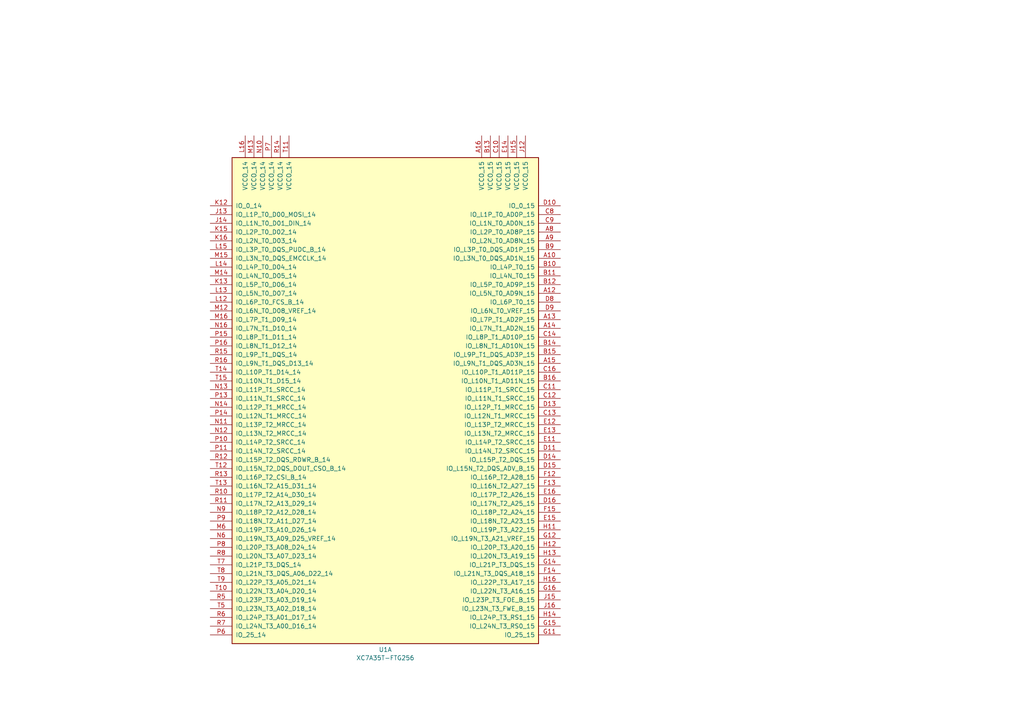
<source format=kicad_sch>
(kicad_sch (version 20231120) (generator "eeschema") (generator_version "8.0")
  (paper "A4")
  (lib_symbols
    (symbol "FPGA_Xilinx_Artix7:XC7A35T-FTG256" (pin_names (offset 1.016))
      (property "Reference" "U" (at 0 1.27 0))
      (property "Value" "XC7A35T-FTG256" (at 0 -1.27 0))
      (symbol "XC7A35T-FTG256_1_1"
        (rectangle (start -44.45 67.31) (end 44.45 -73.66) (stroke (width 0.254)) (fill (type background)))
        (pin bidirectional line (at 50.8 38.1 180) (length 6.35) (name "IO_L3N_T0_DQS_AD1N_15") (number "A10"))
        (pin bidirectional line (at 50.8 27.94 180) (length 6.35) (name "IO_L5N_T0_AD9N_15") (number "A12"))
        (pin bidirectional line (at 50.8 20.32 180) (length 6.35) (name "IO_L7P_T1_AD2P_15") (number "A13"))
        (pin bidirectional line (at 50.8 17.78 180) (length 6.35) (name "IO_L7N_T1_AD2N_15") (number "A14"))
        (pin bidirectional line (at 50.8 7.62 180) (length 6.35) (name "IO_L9N_T1_DQS_AD3N_15") (number "A15"))
        (pin power_in line (at 27.94 73.66 270) (length 6.35) (name "VCCO_15") (number "A16"))
        (pin bidirectional line (at 50.8 45.72 180) (length 6.35) (name "IO_L2P_T0_AD8P_15") (number "A8"))
        (pin bidirectional line (at 50.8 43.18 180) (length 6.35) (name "IO_L2N_T0_AD8N_15") (number "A9"))
        (pin bidirectional line (at 50.8 35.56 180) (length 6.35) (name "IO_L4P_T0_15") (number "B10"))
        (pin bidirectional line (at 50.8 33.02 180) (length 6.35) (name "IO_L4N_T0_15") (number "B11"))
        (pin bidirectional line (at 50.8 30.48 180) (length 6.35) (name "IO_L5P_T0_AD9P_15") (number "B12"))
        (pin power_in line (at 30.48 73.66 270) (length 6.35) (name "VCCO_15") (number "B13"))
        (pin bidirectional line (at 50.8 12.7 180) (length 6.35) (name "IO_L8N_T1_AD10N_15") (number "B14"))
        (pin bidirectional line (at 50.8 10.16 180) (length 6.35) (name "IO_L9P_T1_DQS_AD3P_15") (number "B15"))
        (pin bidirectional line (at 50.8 2.54 180) (length 6.35) (name "IO_L10N_T1_AD11N_15") (number "B16"))
        (pin bidirectional line (at 50.8 40.64 180) (length 6.35) (name "IO_L3P_T0_DQS_AD1P_15") (number "B9"))
        (pin power_in line (at 33.02 73.66 270) (length 6.35) (name "VCCO_15") (number "C10"))
        (pin bidirectional line (at 50.8 0 180) (length 6.35) (name "IO_L11P_T1_SRCC_15") (number "C11"))
        (pin bidirectional line (at 50.8 -2.54 180) (length 6.35) (name "IO_L11N_T1_SRCC_15") (number "C12"))
        (pin bidirectional line (at 50.8 -7.62 180) (length 6.35) (name "IO_L12N_T1_MRCC_15") (number "C13"))
        (pin bidirectional line (at 50.8 15.24 180) (length 6.35) (name "IO_L8P_T1_AD10P_15") (number "C14"))
        (pin bidirectional line (at 50.8 5.08 180) (length 6.35) (name "IO_L10P_T1_AD11P_15") (number "C16"))
        (pin bidirectional line (at 50.8 50.8 180) (length 6.35) (name "IO_L1P_T0_AD0P_15") (number "C8"))
        (pin bidirectional line (at 50.8 48.26 180) (length 6.35) (name "IO_L1N_T0_AD0N_15") (number "C9"))
        (pin bidirectional line (at 50.8 53.34 180) (length 6.35) (name "IO_0_15") (number "D10"))
        (pin bidirectional line (at 50.8 -17.78 180) (length 6.35) (name "IO_L14N_T2_SRCC_15") (number "D11"))
        (pin bidirectional line (at 50.8 -5.08 180) (length 6.35) (name "IO_L12P_T1_MRCC_15") (number "D13"))
        (pin bidirectional line (at 50.8 -20.32 180) (length 6.35) (name "IO_L15P_T2_DQS_15") (number "D14"))
        (pin bidirectional line (at 50.8 -22.86 180) (length 6.35) (name "IO_L15N_T2_DQS_ADV_B_15") (number "D15"))
        (pin bidirectional line (at 50.8 -33.02 180) (length 6.35) (name "IO_L17N_T2_A25_15") (number "D16"))
        (pin bidirectional line (at 50.8 25.4 180) (length 6.35) (name "IO_L6P_T0_15") (number "D8"))
        (pin bidirectional line (at 50.8 22.86 180) (length 6.35) (name "IO_L6N_T0_VREF_15") (number "D9"))
        (pin bidirectional line (at 50.8 -15.24 180) (length 6.35) (name "IO_L14P_T2_SRCC_15") (number "E11"))
        (pin bidirectional line (at 50.8 -10.16 180) (length 6.35) (name "IO_L13P_T2_MRCC_15") (number "E12"))
        (pin bidirectional line (at 50.8 -12.7 180) (length 6.35) (name "IO_L13N_T2_MRCC_15") (number "E13"))
        (pin power_in line (at 35.56 73.66 270) (length 6.35) (name "VCCO_15") (number "E14"))
        (pin bidirectional line (at 50.8 -38.1 180) (length 6.35) (name "IO_L18N_T2_A23_15") (number "E15"))
        (pin bidirectional line (at 50.8 -30.48 180) (length 6.35) (name "IO_L17P_T2_A26_15") (number "E16"))
        (pin bidirectional line (at 50.8 -25.4 180) (length 6.35) (name "IO_L16P_T2_A28_15") (number "F12"))
        (pin bidirectional line (at 50.8 -27.94 180) (length 6.35) (name "IO_L16N_T2_A27_15") (number "F13"))
        (pin bidirectional line (at 50.8 -53.34 180) (length 6.35) (name "IO_L21N_T3_DQS_A18_15") (number "F14"))
        (pin bidirectional line (at 50.8 -35.56 180) (length 6.35) (name "IO_L18P_T2_A24_15") (number "F15"))
        (pin bidirectional line (at 50.8 -71.12 180) (length 6.35) (name "IO_25_15") (number "G11"))
        (pin bidirectional line (at 50.8 -43.18 180) (length 6.35) (name "IO_L19N_T3_A21_VREF_15") (number "G12"))
        (pin bidirectional line (at 50.8 -50.8 180) (length 6.35) (name "IO_L21P_T3_DQS_15") (number "G14"))
        (pin bidirectional line (at 50.8 -68.58 180) (length 6.35) (name "IO_L24N_T3_RS0_15") (number "G15"))
        (pin bidirectional line (at 50.8 -58.42 180) (length 6.35) (name "IO_L22N_T3_A16_15") (number "G16"))
        (pin bidirectional line (at 50.8 -40.64 180) (length 6.35) (name "IO_L19P_T3_A22_15") (number "H11"))
        (pin bidirectional line (at 50.8 -45.72 180) (length 6.35) (name "IO_L20P_T3_A20_15") (number "H12"))
        (pin bidirectional line (at 50.8 -48.26 180) (length 6.35) (name "IO_L20N_T3_A19_15") (number "H13"))
        (pin bidirectional line (at 50.8 -66.04 180) (length 6.35) (name "IO_L24P_T3_RS1_15") (number "H14"))
        (pin power_in line (at 38.1 73.66 270) (length 6.35) (name "VCCO_15") (number "H15"))
        (pin bidirectional line (at 50.8 -55.88 180) (length 6.35) (name "IO_L22P_T3_A17_15") (number "H16"))
        (pin power_in line (at 40.64 73.66 270) (length 6.35) (name "VCCO_15") (number "J12"))
        (pin bidirectional line (at -50.8 50.8 0) (length 6.35) (name "IO_L1P_T0_D00_MOSI_14") (number "J13"))
        (pin bidirectional line (at -50.8 48.26 0) (length 6.35) (name "IO_L1N_T0_D01_DIN_14") (number "J14"))
        (pin bidirectional line (at 50.8 -60.96 180) (length 6.35) (name "IO_L23P_T3_FOE_B_15") (number "J15"))
        (pin bidirectional line (at 50.8 -63.5 180) (length 6.35) (name "IO_L23N_T3_FWE_B_15") (number "J16"))
        (pin bidirectional line (at -50.8 53.34 0) (length 6.35) (name "IO_0_14") (number "K12"))
        (pin bidirectional line (at -50.8 30.48 0) (length 6.35) (name "IO_L5P_T0_D06_14") (number "K13"))
        (pin bidirectional line (at -50.8 45.72 0) (length 6.35) (name "IO_L2P_T0_D02_14") (number "K15"))
        (pin bidirectional line (at -50.8 43.18 0) (length 6.35) (name "IO_L2N_T0_D03_14") (number "K16"))
        (pin bidirectional line (at -50.8 25.4 0) (length 6.35) (name "IO_L6P_T0_FCS_B_14") (number "L12"))
        (pin bidirectional line (at -50.8 27.94 0) (length 6.35) (name "IO_L5N_T0_D07_14") (number "L13"))
        (pin bidirectional line (at -50.8 35.56 0) (length 6.35) (name "IO_L4P_T0_D04_14") (number "L14"))
        (pin bidirectional line (at -50.8 40.64 0) (length 6.35) (name "IO_L3P_T0_DQS_PUDC_B_14") (number "L15"))
        (pin power_in line (at -40.64 73.66 270) (length 6.35) (name "VCCO_14") (number "L16"))
        (pin bidirectional line (at -50.8 22.86 0) (length 6.35) (name "IO_L6N_T0_D08_VREF_14") (number "M12"))
        (pin power_in line (at -38.1 73.66 270) (length 6.35) (name "VCCO_14") (number "M13"))
        (pin bidirectional line (at -50.8 33.02 0) (length 6.35) (name "IO_L4N_T0_D05_14") (number "M14"))
        (pin bidirectional line (at -50.8 38.1 0) (length 6.35) (name "IO_L3N_T0_DQS_EMCCLK_14") (number "M15"))
        (pin bidirectional line (at -50.8 20.32 0) (length 6.35) (name "IO_L7P_T1_D09_14") (number "M16"))
        (pin bidirectional line (at -50.8 -40.64 0) (length 6.35) (name "IO_L19P_T3_A10_D26_14") (number "M6"))
        (pin power_in line (at -35.56 73.66 270) (length 6.35) (name "VCCO_14") (number "N10"))
        (pin bidirectional line (at -50.8 -10.16 0) (length 6.35) (name "IO_L13P_T2_MRCC_14") (number "N11"))
        (pin bidirectional line (at -50.8 -12.7 0) (length 6.35) (name "IO_L13N_T2_MRCC_14") (number "N12"))
        (pin bidirectional line (at -50.8 0 0) (length 6.35) (name "IO_L11P_T1_SRCC_14") (number "N13"))
        (pin bidirectional line (at -50.8 -5.08 0) (length 6.35) (name "IO_L12P_T1_MRCC_14") (number "N14"))
        (pin bidirectional line (at -50.8 17.78 0) (length 6.35) (name "IO_L7N_T1_D10_14") (number "N16"))
        (pin bidirectional line (at -50.8 -43.18 0) (length 6.35) (name "IO_L19N_T3_A09_D25_VREF_14") (number "N6"))
        (pin bidirectional line (at -50.8 -35.56 0) (length 6.35) (name "IO_L18P_T2_A12_D28_14") (number "N9"))
        (pin bidirectional line (at -50.8 -15.24 0) (length 6.35) (name "IO_L14P_T2_SRCC_14") (number "P10"))
        (pin bidirectional line (at -50.8 -17.78 0) (length 6.35) (name "IO_L14N_T2_SRCC_14") (number "P11"))
        (pin bidirectional line (at -50.8 -2.54 0) (length 6.35) (name "IO_L11N_T1_SRCC_14") (number "P13"))
        (pin bidirectional line (at -50.8 -7.62 0) (length 6.35) (name "IO_L12N_T1_MRCC_14") (number "P14"))
        (pin bidirectional line (at -50.8 15.24 0) (length 6.35) (name "IO_L8P_T1_D11_14") (number "P15"))
        (pin bidirectional line (at -50.8 12.7 0) (length 6.35) (name "IO_L8N_T1_D12_14") (number "P16"))
        (pin bidirectional line (at -50.8 -71.12 0) (length 6.35) (name "IO_25_14") (number "P6"))
        (pin power_in line (at -33.02 73.66 270) (length 6.35) (name "VCCO_14") (number "P7"))
        (pin bidirectional line (at -50.8 -45.72 0) (length 6.35) (name "IO_L20P_T3_A08_D24_14") (number "P8"))
        (pin bidirectional line (at -50.8 -38.1 0) (length 6.35) (name "IO_L18N_T2_A11_D27_14") (number "P9"))
        (pin bidirectional line (at -50.8 -30.48 0) (length 6.35) (name "IO_L17P_T2_A14_D30_14") (number "R10"))
        (pin bidirectional line (at -50.8 -33.02 0) (length 6.35) (name "IO_L17N_T2_A13_D29_14") (number "R11"))
        (pin bidirectional line (at -50.8 -20.32 0) (length 6.35) (name "IO_L15P_T2_DQS_RDWR_B_14") (number "R12"))
        (pin bidirectional line (at -50.8 -25.4 0) (length 6.35) (name "IO_L16P_T2_CSI_B_14") (number "R13"))
        (pin power_in line (at -30.48 73.66 270) (length 6.35) (name "VCCO_14") (number "R14"))
        (pin bidirectional line (at -50.8 10.16 0) (length 6.35) (name "IO_L9P_T1_DQS_14") (number "R15"))
        (pin bidirectional line (at -50.8 7.62 0) (length 6.35) (name "IO_L9N_T1_DQS_D13_14") (number "R16"))
        (pin bidirectional line (at -50.8 -60.96 0) (length 6.35) (name "IO_L23P_T3_A03_D19_14") (number "R5"))
        (pin bidirectional line (at -50.8 -66.04 0) (length 6.35) (name "IO_L24P_T3_A01_D17_14") (number "R6"))
        (pin bidirectional line (at -50.8 -68.58 0) (length 6.35) (name "IO_L24N_T3_A00_D16_14") (number "R7"))
        (pin bidirectional line (at -50.8 -48.26 0) (length 6.35) (name "IO_L20N_T3_A07_D23_14") (number "R8"))
        (pin bidirectional line (at -50.8 -58.42 0) (length 6.35) (name "IO_L22N_T3_A04_D20_14") (number "T10"))
        (pin power_in line (at -27.94 73.66 270) (length 6.35) (name "VCCO_14") (number "T11"))
        (pin bidirectional line (at -50.8 -22.86 0) (length 6.35) (name "IO_L15N_T2_DQS_DOUT_CSO_B_14") (number "T12"))
        (pin bidirectional line (at -50.8 -27.94 0) (length 6.35) (name "IO_L16N_T2_A15_D31_14") (number "T13"))
        (pin bidirectional line (at -50.8 5.08 0) (length 6.35) (name "IO_L10P_T1_D14_14") (number "T14"))
        (pin bidirectional line (at -50.8 2.54 0) (length 6.35) (name "IO_L10N_T1_D15_14") (number "T15"))
        (pin bidirectional line (at -50.8 -63.5 0) (length 6.35) (name "IO_L23N_T3_A02_D18_14") (number "T5"))
        (pin bidirectional line (at -50.8 -50.8 0) (length 6.35) (name "IO_L21P_T3_DQS_14") (number "T7"))
        (pin bidirectional line (at -50.8 -53.34 0) (length 6.35) (name "IO_L21N_T3_DQS_A06_D22_14") (number "T8"))
        (pin bidirectional line (at -50.8 -55.88 0) (length 6.35) (name "IO_L22P_T3_A05_D21_14") (number "T9"))
      )
      (symbol "XC7A35T-FTG256_2_1"
        (rectangle (start -44.45 67.31) (end 44.45 -73.66) (stroke (width 0.254)) (fill (type background)))
        (pin bidirectional line (at 50.8 12.7 180) (length 6.35) (name "IO_L8N_T1_AD14N_35") (number "A2"))
        (pin bidirectional line (at 50.8 33.02 180) (length 6.35) (name "IO_L4N_T0_35") (number "A3"))
        (pin bidirectional line (at 50.8 38.1 180) (length 6.35) (name "IO_L3N_T0_DQS_AD5N_35") (number "A4"))
        (pin bidirectional line (at 50.8 40.64 180) (length 6.35) (name "IO_L3P_T0_DQS_AD5P_35") (number "A5"))
        (pin power_in line (at 27.94 73.66 270) (length 6.35) (name "VCCO_35") (number "A6"))
        (pin bidirectional line (at 50.8 48.26 180) (length 6.35) (name "IO_L1N_T0_AD4N_35") (number "A7"))
        (pin bidirectional line (at 50.8 7.62 180) (length 6.35) (name "IO_L9N_T1_DQS_AD7N_35") (number "B1"))
        (pin bidirectional line (at 50.8 15.24 180) (length 6.35) (name "IO_L8P_T1_AD14P_35") (number "B2"))
        (pin power_in line (at 30.48 73.66 270) (length 6.35) (name "VCCO_35") (number "B3"))
        (pin bidirectional line (at 50.8 35.56 180) (length 6.35) (name "IO_L4P_T0_35") (number "B4"))
        (pin bidirectional line (at 50.8 43.18 180) (length 6.35) (name "IO_L2N_T0_AD12N_35") (number "B5"))
        (pin bidirectional line (at 50.8 45.72 180) (length 6.35) (name "IO_L2P_T0_AD12P_35") (number "B6"))
        (pin bidirectional line (at 50.8 50.8 180) (length 6.35) (name "IO_L1P_T0_AD4P_35") (number "B7"))
        (pin bidirectional line (at 50.8 10.16 180) (length 6.35) (name "IO_L9P_T1_DQS_AD7P_35") (number "C1"))
        (pin bidirectional line (at 50.8 17.78 180) (length 6.35) (name "IO_L7N_T1_AD6N_35") (number "C2"))
        (pin bidirectional line (at 50.8 20.32 180) (length 6.35) (name "IO_L7P_T1_AD6P_35") (number "C3"))
        (pin bidirectional line (at 50.8 -7.62 180) (length 6.35) (name "IO_L12N_T1_MRCC_35") (number "C4"))
        (pin bidirectional line (at 50.8 27.94 180) (length 6.35) (name "IO_L5N_T0_AD13N_35") (number "C6"))
        (pin bidirectional line (at 50.8 30.48 180) (length 6.35) (name "IO_L5P_T0_AD13P_35") (number "C7"))
        (pin bidirectional line (at 50.8 2.54 180) (length 6.35) (name "IO_L10N_T1_AD15N_35") (number "D1"))
        (pin bidirectional line (at 50.8 -2.54 180) (length 6.35) (name "IO_L11N_T1_SRCC_35") (number "D3"))
        (pin bidirectional line (at 50.8 -5.08 180) (length 6.35) (name "IO_L12P_T1_MRCC_35") (number "D4"))
        (pin bidirectional line (at 50.8 22.86 180) (length 6.35) (name "IO_L6N_T0_VREF_35") (number "D5"))
        (pin bidirectional line (at 50.8 25.4 180) (length 6.35) (name "IO_L6P_T0_35") (number "D6"))
        (pin power_in line (at 33.02 73.66 270) (length 6.35) (name "VCCO_35") (number "D7"))
        (pin bidirectional line (at 50.8 -22.86 180) (length 6.35) (name "IO_L15N_T2_DQS_35") (number "E1"))
        (pin bidirectional line (at 50.8 5.08 180) (length 6.35) (name "IO_L10P_T1_AD15P_35") (number "E2"))
        (pin bidirectional line (at 50.8 0 180) (length 6.35) (name "IO_L11P_T1_SRCC_35") (number "E3"))
        (pin power_in line (at 35.56 73.66 270) (length 6.35) (name "VCCO_35") (number "E4"))
        (pin bidirectional line (at 50.8 -12.7 180) (length 6.35) (name "IO_L13N_T2_MRCC_35") (number "E5"))
        (pin bidirectional line (at 50.8 53.34 180) (length 6.35) (name "IO_0_35") (number "E6"))
        (pin power_in line (at 38.1 73.66 270) (length 6.35) (name "VCCO_35") (number "F1"))
        (pin bidirectional line (at 50.8 -20.32 180) (length 6.35) (name "IO_L15P_T2_DQS_35") (number "F2"))
        (pin bidirectional line (at 50.8 -17.78 180) (length 6.35) (name "IO_L14N_T2_SRCC_35") (number "F3"))
        (pin bidirectional line (at 50.8 -15.24 180) (length 6.35) (name "IO_L14P_T2_SRCC_35") (number "F4"))
        (pin bidirectional line (at 50.8 -10.16 180) (length 6.35) (name "IO_L13P_T2_MRCC_35") (number "F5"))
        (pin bidirectional line (at 50.8 -33.02 180) (length 6.35) (name "IO_L17N_T2_35") (number "G1"))
        (pin bidirectional line (at 50.8 -30.48 180) (length 6.35) (name "IO_L17P_T2_35") (number "G2"))
        (pin bidirectional line (at 50.8 -27.94 180) (length 6.35) (name "IO_L16N_T2_35") (number "G4"))
        (pin bidirectional line (at 50.8 -25.4 180) (length 6.35) (name "IO_L16P_T2_35") (number "G5"))
        (pin bidirectional line (at 50.8 -48.26 180) (length 6.35) (name "IO_L20N_T3_35") (number "H1"))
        (pin bidirectional line (at 50.8 -45.72 180) (length 6.35) (name "IO_L20P_T3_35") (number "H2"))
        (pin bidirectional line (at 50.8 -53.34 180) (length 6.35) (name "IO_L21N_T3_DQS_35") (number "H3"))
        (pin bidirectional line (at 50.8 -38.1 180) (length 6.35) (name "IO_L18N_T2_35") (number "H4"))
        (pin bidirectional line (at 50.8 -35.56 180) (length 6.35) (name "IO_L18P_T2_35") (number "H5"))
        (pin bidirectional line (at 50.8 -58.42 180) (length 6.35) (name "IO_L22N_T3_35") (number "J1"))
        (pin power_in line (at 40.64 73.66 270) (length 6.35) (name "VCCO_35") (number "J2"))
        (pin bidirectional line (at 50.8 -50.8 180) (length 6.35) (name "IO_L21P_T3_DQS_35") (number "J3"))
        (pin bidirectional line (at 50.8 -43.18 180) (length 6.35) (name "IO_L19N_T3_VREF_35") (number "J4"))
        (pin bidirectional line (at 50.8 -40.64 180) (length 6.35) (name "IO_L19P_T3_35") (number "J5"))
        (pin bidirectional line (at 50.8 -55.88 180) (length 6.35) (name "IO_L22P_T3_35") (number "K1"))
        (pin bidirectional line (at 50.8 -68.58 180) (length 6.35) (name "IO_L24N_T3_35") (number "K2"))
        (pin bidirectional line (at 50.8 -66.04 180) (length 6.35) (name "IO_L24P_T3_35") (number "K3"))
        (pin bidirectional line (at 50.8 -71.12 180) (length 6.35) (name "IO_25_35") (number "K5"))
        (pin bidirectional line (at 50.8 -63.5 180) (length 6.35) (name "IO_L23N_T3_35") (number "L2"))
        (pin bidirectional line (at 50.8 -60.96 180) (length 6.35) (name "IO_L23P_T3_35") (number "L3"))
        (pin bidirectional line (at -50.8 50.8 0) (length 6.35) (name "IO_L1P_T0_34") (number "L4"))
        (pin bidirectional line (at -50.8 53.34 0) (length 6.35) (name "IO_0_34") (number "L5"))
        (pin bidirectional line (at -50.8 43.18 0) (length 6.35) (name "IO_L2N_T0_34") (number "M1"))
        (pin bidirectional line (at -50.8 45.72 0) (length 6.35) (name "IO_L2P_T0_34") (number "M2"))
        (pin power_in line (at -40.64 73.66 270) (length 6.35) (name "VCCO_34") (number "M3"))
        (pin bidirectional line (at -50.8 48.26 0) (length 6.35) (name "IO_L1N_T0_34") (number "M4"))
        (pin bidirectional line (at -50.8 25.4 0) (length 6.35) (name "IO_L6P_T0_34") (number "M5"))
        (pin bidirectional line (at -50.8 35.56 0) (length 6.35) (name "IO_L4P_T0_34") (number "N1"))
        (pin bidirectional line (at -50.8 38.1 0) (length 6.35) (name "IO_L3N_T0_DQS_34") (number "N2"))
        (pin bidirectional line (at -50.8 40.64 0) (length 6.35) (name "IO_L3P_T0_DQS_34") (number "N3"))
        (pin bidirectional line (at -50.8 22.86 0) (length 6.35) (name "IO_L6N_T0_VREF_34") (number "N4"))
        (pin bidirectional line (at -50.8 33.02 0) (length 6.35) (name "IO_L4N_T0_34") (number "P1"))
        (pin bidirectional line (at -50.8 27.94 0) (length 6.35) (name "IO_L5N_T0_34") (number "P3"))
        (pin bidirectional line (at -50.8 30.48 0) (length 6.35) (name "IO_L5P_T0_34") (number "P4"))
        (pin bidirectional line (at -50.8 5.08 0) (length 6.35) (name "IO_L10P_T1_34") (number "P5"))
        (pin bidirectional line (at -50.8 17.78 0) (length 6.35) (name "IO_L7N_T1_34") (number "R1"))
        (pin bidirectional line (at -50.8 20.32 0) (length 6.35) (name "IO_L7P_T1_34") (number "R2"))
        (pin bidirectional line (at -50.8 15.24 0) (length 6.35) (name "IO_L8P_T1_34") (number "R3"))
        (pin power_in line (at -38.1 73.66 270) (length 6.35) (name "VCCO_34") (number "R4"))
        (pin power_in line (at -35.56 73.66 270) (length 6.35) (name "VCCO_34") (number "T1"))
        (pin bidirectional line (at -50.8 12.7 0) (length 6.35) (name "IO_L8N_T1_34") (number "T2"))
        (pin bidirectional line (at -50.8 7.62 0) (length 6.35) (name "IO_L9N_T1_DQS_34") (number "T3"))
        (pin bidirectional line (at -50.8 10.16 0) (length 6.35) (name "IO_L9P_T1_DQS_34") (number "T4"))
      )
      (symbol "XC7A35T-FTG256_3_1"
        (rectangle (start -31.75 34.29) (end 31.75 -40.64) (stroke (width 0.254)) (fill (type background)))
        (pin bidirectional line (at 38.1 -15.24 180) (length 6.35) (name "CFGBVS_0") (number "E7"))
        (pin bidirectional line (at 38.1 7.62 180) (length 6.35) (name "CCLK_0") (number "E8"))
        (pin bidirectional line (at 38.1 -5.08 180) (length 6.35) (name "DONE_0") (number "H10"))
        (pin bidirectional line (at 38.1 -30.48 180) (length 6.35) (name "VREFN_0") (number "H7"))
        (pin bidirectional line (at 38.1 -20.32 180) (length 6.35) (name "VP_0") (number "H8"))
        (pin bidirectional line (at 38.1 -22.86 180) (length 6.35) (name "VN_0") (number "J7"))
        (pin bidirectional line (at 38.1 -27.94 180) (length 6.35) (name "VREFP_0") (number "J8"))
        (pin bidirectional line (at 38.1 -7.62 180) (length 6.35) (name "INIT_B_0") (number "K10"))
        (pin bidirectional line (at 38.1 -38.1 180) (length 6.35) (name "DXN_0") (number "K7"))
        (pin bidirectional line (at 38.1 -35.56 180) (length 6.35) (name "DXP_0") (number "K8"))
        (pin power_in line (at 27.94 40.64 270) (length 6.35) (name "VCCO_0") (number "L6"))
        (pin bidirectional line (at 38.1 12.7 180) (length 6.35) (name "TCK_0") (number "L7"))
        (pin bidirectional line (at 38.1 -10.16 180) (length 6.35) (name "PROGRAM_B_0") (number "L9"))
        (pin bidirectional line (at 38.1 2.54 180) (length 6.35) (name "M1_0") (number "M10"))
        (pin bidirectional line (at 38.1 0 180) (length 6.35) (name "M2_0") (number "M11"))
        (pin bidirectional line (at 38.1 15.24 180) (length 6.35) (name "TMS_0") (number "M7"))
        (pin bidirectional line (at 38.1 5.08 180) (length 6.35) (name "M0_0") (number "M9"))
        (pin bidirectional line (at 38.1 20.32 180) (length 6.35) (name "TDI_0") (number "N7"))
        (pin bidirectional line (at 38.1 17.78 180) (length 6.35) (name "TDO_0") (number "N8"))
      )
      (symbol "XC7A35T-FTG256_4_1"
        (rectangle (start -19.05 35.56) (end 19.05 -35.56) (stroke (width 0.254)) (fill (type background)))
        (pin power_in line (at -25.4 2.54 0) (length 6.35) (name "GND") (number "A1"))
        (pin power_in line (at -25.4 0 0) (length 6.35) (name "GND") (number "A11"))
        (pin power_in line (at -25.4 -2.54 0) (length 6.35) (name "GND") (number "B8"))
        (pin power_in line (at -25.4 -7.62 0) (length 6.35) (name "GND") (number "C15"))
        (pin power_in line (at -25.4 -5.08 0) (length 6.35) (name "GND") (number "C5"))
        (pin power_in line (at -25.4 -12.7 0) (length 6.35) (name "GND") (number "D12"))
        (pin power_in line (at -25.4 -10.16 0) (length 6.35) (name "GND") (number "D2"))
        (pin power_in line (at -25.4 12.7 0) (length 6.35) (name "VCCBRAM") (number "E10"))
        (pin power_in line (at -25.4 -15.24 0) (length 6.35) (name "GND") (number "E9"))
        (pin power_in line (at -25.4 -20.32 0) (length 6.35) (name "GND") (number "F10"))
        (pin power_in line (at -25.4 10.16 0) (length 6.35) (name "VCCBRAM") (number "F11"))
        (pin power_in line (at -25.4 -22.86 0) (length 6.35) (name "GND") (number "F16"))
        (pin power_in line (at -25.4 -17.78 0) (length 6.35) (name "GND") (number "F6"))
        (pin power_in line (at 25.4 33.02 180) (length 6.35) (name "VCCINT") (number "F7"))
        (pin power_in line (at -25.4 15.24 0) (length 6.35) (name "VCCBATT_0") (number "F8"))
        (pin power_in line (at 25.4 30.48 180) (length 6.35) (name "VCCINT") (number "F9"))
        (pin power_in line (at -25.4 33.02 0) (length 6.35) (name "VCCAUX") (number "G10"))
        (pin power_in line (at -25.4 -30.48 0) (length 6.35) (name "GND") (number "G13"))
        (pin power_in line (at -25.4 -25.4 0) (length 6.35) (name "GND") (number "G3"))
        (pin power_in line (at 25.4 27.94 180) (length 6.35) (name "VCCINT") (number "G6"))
        (pin power_in line (at -25.4 20.32 0) (length 6.35) (name "GNDADC_0") (number "G7"))
        (pin power_in line (at -25.4 17.78 0) (length 6.35) (name "VCCADC_0") (number "G8"))
        (pin power_in line (at -25.4 -27.94 0) (length 6.35) (name "GND") (number "G9"))
        (pin power_in line (at -25.4 -33.02 0) (length 6.35) (name "GND") (number "H6"))
        (pin power_in line (at 25.4 25.4 180) (length 6.35) (name "VCCINT") (number "H9"))
        (pin power_in line (at -25.4 30.48 0) (length 6.35) (name "VCCAUX") (number "J10"))
        (pin power_in line (at 25.4 0 180) (length 6.35) (name "GND") (number "J11"))
        (pin power_in line (at 25.4 22.86 180) (length 6.35) (name "VCCINT") (number "J6"))
        (pin power_in line (at 25.4 2.54 180) (length 6.35) (name "GND") (number "J9"))
        (pin power_in line (at -25.4 27.94 0) (length 6.35) (name "VCCAUX") (number "K11"))
        (pin power_in line (at 25.4 -7.62 180) (length 6.35) (name "GND") (number "K14"))
        (pin power_in line (at 25.4 -2.54 180) (length 6.35) (name "GND") (number "K4"))
        (pin power_in line (at 25.4 -5.08 180) (length 6.35) (name "GND") (number "K6"))
        (pin power_in line (at 25.4 20.32 180) (length 6.35) (name "VCCINT") (number "K9"))
        (pin power_in line (at 25.4 -10.16 180) (length 6.35) (name "GND") (number "L1"))
        (pin power_in line (at -25.4 25.4 0) (length 6.35) (name "VCCAUX") (number "L10"))
        (pin power_in line (at 25.4 -12.7 180) (length 6.35) (name "GND") (number "L11"))
        (pin power_in line (at 25.4 17.78 180) (length 6.35) (name "VCCINT") (number "L8"))
        (pin power_in line (at 25.4 -15.24 180) (length 6.35) (name "GND") (number "M8"))
        (pin power_in line (at 25.4 -20.32 180) (length 6.35) (name "GND") (number "N15"))
        (pin power_in line (at 25.4 -17.78 180) (length 6.35) (name "GND") (number "N5"))
        (pin power_in line (at 25.4 -25.4 180) (length 6.35) (name "GND") (number "P12"))
        (pin power_in line (at 25.4 -22.86 180) (length 6.35) (name "GND") (number "P2"))
        (pin power_in line (at 25.4 -27.94 180) (length 6.35) (name "GND") (number "R9"))
        (pin power_in line (at 25.4 -33.02 180) (length 6.35) (name "GND") (number "T16"))
        (pin power_in line (at 25.4 -30.48 180) (length 6.35) (name "GND") (number "T6"))
      )
    )
  )
  (symbol (lib_id "FPGA_Xilinx_Artix7:XC7A35T-FTG256") (at 111.76 113.03 0) (unit 1)
    (property "Reference" "U1" (at 111.76 188.4101 0))
    (property "Value" "XC7A35T-FTG256" (at 111.76 190.8344 0))
    (property "Description" "Artix 7 T 35 XC7A35T-FTG256" (effects (hide yes)))
  )
)
</source>
